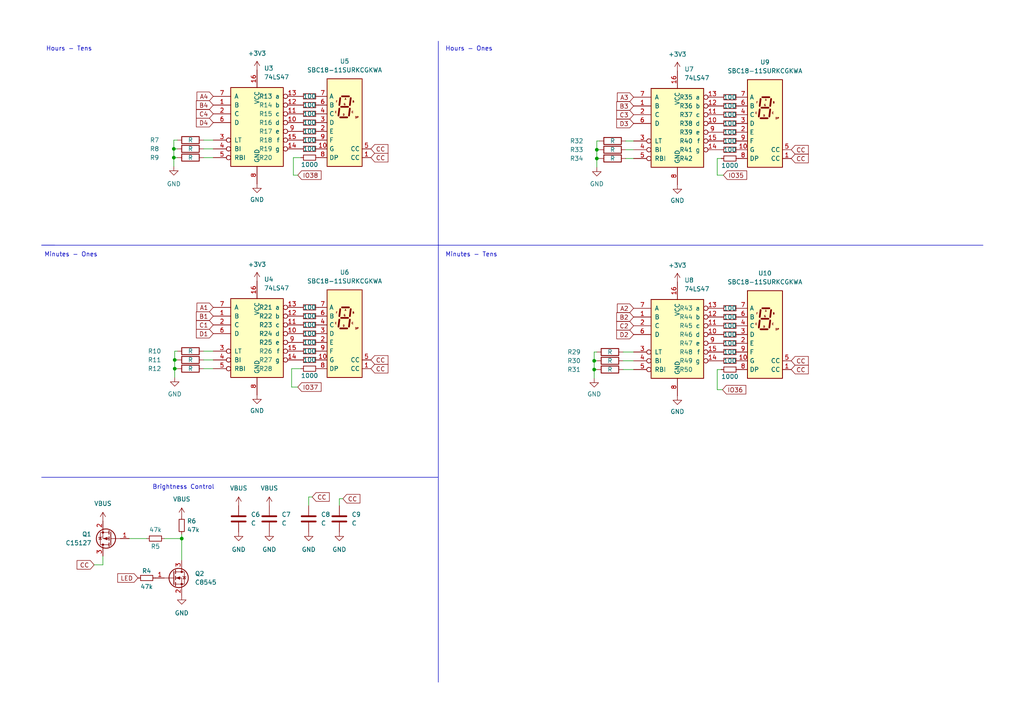
<source format=kicad_sch>
(kicad_sch (version 20230121) (generator eeschema)
  (paper "A4")
  (lib_symbols
    (symbol "74xx:74LS47" (pin_names (offset 1.016))
      (property "Reference" "U" (at -7.62 11.43 0))
      (property "Value" "74LS47" (at -7.62 -13.97 0))
      (symbol "74LS47_1_0"
        (pin input line (at -12.7 5.08 0) (length 5.08) (name "B") (number "1"))
        (pin open_collector inverted (at 12.7 0 180) (length 5.08) (name "d") (number "10"))
        (pin open_collector inverted (at 12.7 2.54 180) (length 5.08) (name "c") (number "11"))
        (pin open_collector inverted (at 12.7 5.08 180) (length 5.08) (name "b") (number "12"))
        (pin open_collector inverted (at 12.7 7.62 180) (length 5.08) (name "a") (number "13"))
        (pin open_collector inverted (at 12.7 -7.62 180) (length 5.08) (name "g") (number "14"))
        (pin open_collector inverted (at 12.7 -5.08 180) (length 5.08) (name "f") (number "15"))
        (pin power_in line (at 0 15.24 270) (length 5.08) (name "VCC") (number "16"))
        (pin input line (at -12.7 2.54 0) (length 5.08) (name "C") (number "2"))
        (pin input inverted (at -12.7 -5.08 0) (length 5.08) (name "LT") (number "3"))
        (pin input inverted (at -12.7 -7.62 0) (length 5.08) (name "BI") (number "4"))
        (pin input inverted (at -12.7 -10.16 0) (length 5.08) (name "RBI") (number "5"))
        (pin input line (at -12.7 0 0) (length 5.08) (name "D") (number "6"))
        (pin input line (at -12.7 7.62 0) (length 5.08) (name "A") (number "7"))
        (pin power_in line (at 0 -17.78 90) (length 5.08) (name "GND") (number "8"))
        (pin open_collector inverted (at 12.7 -2.54 180) (length 5.08) (name "e") (number "9"))
      )
      (symbol "74LS47_1_1"
        (rectangle (start -7.62 10.16) (end 7.62 -12.7) (stroke (width 0.254)) (fill (type background)))
      )
    )
    (symbol "Device:C" (pin_numbers hide) (pin_names (offset 0.254))
      (property "Reference" "C" (at 0.635 2.54 0))
      (property "Value" "C" (at 0.635 -2.54 0))
      (symbol "C_0_1"
        (polyline (pts (xy -2.032 -0.762) (xy 2.032 -0.762)) (stroke (width 0.508)))
        (polyline (pts (xy -2.032 0.762) (xy 2.032 0.762)) (stroke (width 0.508)))
      )
      (symbol "C_1_1"
        (pin passive line (at 0 3.81 270) (length 2.794) (name "~") (number "1"))
        (pin passive line (at 0 -3.81 90) (length 2.794) (name "~") (number "2"))
      )
    )
    (symbol "Device:Q_NMOS_GSD" (pin_names (offset 0) hide)
      (property "Reference" "Q" (at 5.08 1.27 0))
      (property "Value" "Q_NMOS_GSD" (at 5.08 -1.27 0))
      (symbol "Q_NMOS_GSD_0_1"
        (polyline (pts (xy 0.254 0) (xy -2.54 0)))
        (polyline (pts (xy 0.254 1.905) (xy 0.254 -1.905)) (stroke (width 0.254)))
        (polyline (pts (xy 0.762 -1.27) (xy 0.762 -2.286)) (stroke (width 0.254)))
        (polyline (pts (xy 0.762 0.508) (xy 0.762 -0.508)) (stroke (width 0.254)))
        (polyline (pts (xy 0.762 2.286) (xy 0.762 1.27)) (stroke (width 0.254)))
        (polyline (pts (xy 2.54 2.54) (xy 2.54 1.778)))
        (polyline (pts (xy 2.54 -2.54) (xy 2.54 0) (xy 0.762 0)))
        (polyline (pts (xy 0.762 -1.778) (xy 3.302 -1.778) (xy 3.302 1.778) (xy 0.762 1.778)))
        (polyline (pts (xy 1.016 0) (xy 2.032 0.381) (xy 2.032 -0.381) (xy 1.016 0)) (fill (type outline)))
        (polyline (pts (xy 2.794 0.508) (xy 2.921 0.381) (xy 3.683 0.381) (xy 3.81 0.254)))
        (polyline (pts (xy 3.302 0.381) (xy 2.921 -0.254) (xy 3.683 -0.254) (xy 3.302 0.381)))
        (circle (center 1.651 0) (radius 2.794) (stroke (width 0.254)))
        (circle (center 2.54 -1.778) (radius 0.254) (fill (type outline)))
        (circle (center 2.54 1.778) (radius 0.254) (fill (type outline)))
      )
      (symbol "Q_NMOS_GSD_1_1"
        (pin input line (at -5.08 0 0) (length 2.54) (name "G") (number "1"))
        (pin passive line (at 2.54 -5.08 90) (length 2.54) (name "S") (number "2"))
        (pin passive line (at 2.54 5.08 270) (length 2.54) (name "D") (number "3"))
      )
    )
    (symbol "Device:Q_PMOS_GSD" (pin_names (offset 0) hide)
      (property "Reference" "Q" (at 5.08 1.27 0))
      (property "Value" "Q_PMOS_GSD" (at 5.08 -1.27 0))
      (symbol "Q_PMOS_GSD_0_1"
        (polyline (pts (xy 0.254 0) (xy -2.54 0)))
        (polyline (pts (xy 0.254 1.905) (xy 0.254 -1.905)) (stroke (width 0.254)))
        (polyline (pts (xy 0.762 -1.27) (xy 0.762 -2.286)) (stroke (width 0.254)))
        (polyline (pts (xy 0.762 0.508) (xy 0.762 -0.508)) (stroke (width 0.254)))
        (polyline (pts (xy 0.762 2.286) (xy 0.762 1.27)) (stroke (width 0.254)))
        (polyline (pts (xy 2.54 2.54) (xy 2.54 1.778)))
        (polyline (pts (xy 2.54 -2.54) (xy 2.54 0) (xy 0.762 0)))
        (polyline (pts (xy 0.762 1.778) (xy 3.302 1.778) (xy 3.302 -1.778) (xy 0.762 -1.778)))
        (polyline (pts (xy 2.286 0) (xy 1.27 0.381) (xy 1.27 -0.381) (xy 2.286 0)) (fill (type outline)))
        (polyline (pts (xy 2.794 -0.508) (xy 2.921 -0.381) (xy 3.683 -0.381) (xy 3.81 -0.254)))
        (polyline (pts (xy 3.302 -0.381) (xy 2.921 0.254) (xy 3.683 0.254) (xy 3.302 -0.381)))
        (circle (center 1.651 0) (radius 2.794) (stroke (width 0.254)))
        (circle (center 2.54 -1.778) (radius 0.254) (fill (type outline)))
        (circle (center 2.54 1.778) (radius 0.254) (fill (type outline)))
      )
      (symbol "Q_PMOS_GSD_1_1"
        (pin input line (at -5.08 0 0) (length 2.54) (name "G") (number "1"))
        (pin passive line (at 2.54 -5.08 90) (length 2.54) (name "S") (number "2"))
        (pin passive line (at 2.54 5.08 270) (length 2.54) (name "D") (number "3"))
      )
    )
    (symbol "Device:R" (pin_numbers hide) (pin_names (offset 0))
      (property "Reference" "R" (at 2.032 0 90))
      (property "Value" "R" (at 0 0 90))
      (symbol "R_0_1"
        (rectangle (start -1.016 -2.54) (end 1.016 2.54) (stroke (width 0.254)))
      )
      (symbol "R_1_1"
        (pin passive line (at 0 3.81 270) (length 1.27) (name "~") (number "1"))
        (pin passive line (at 0 -3.81 90) (length 1.27) (name "~") (number "2"))
      )
    )
    (symbol "Device:R_Small" (pin_numbers hide) (pin_names (offset 0.254) hide)
      (property "Reference" "R" (at 0.762 0.508 0))
      (property "Value" "R_Small" (at 0.762 -1.016 0))
      (symbol "R_Small_0_1"
        (rectangle (start -0.762 1.778) (end 0.762 -1.778) (stroke (width 0.2032)))
      )
      (symbol "R_Small_1_1"
        (pin passive line (at 0 2.54 270) (length 0.762) (name "~") (number "1"))
        (pin passive line (at 0 -2.54 90) (length 0.762) (name "~") (number "2"))
      )
    )
    (symbol "Display_Character:SBC18-11SURKCGKWA" (pin_names (offset 0.635))
      (property "Reference" "U" (at -2.54 13.97 0))
      (property "Value" "SBC18-11SURKCGKWA" (at -4.826 -14.224 0))
      (symbol "SBC18-11SURKCGKWA_0_0"
        (text "A" (at 0.254 6.858 0) (effects (font (size 0.508 0.508))))
        (text "B" (at 2.54 6.096 0) (effects (font (size 0.508 0.508))))
        (text "C" (at 2.286 3.048 0) (effects (font (size 0.508 0.508))))
        (text "D" (at -0.254 2.286 0) (effects (font (size 0.508 0.508))))
        (text "DP" (at 3.556 1.524 0) (effects (font (size 0.508 0.508))))
        (text "E" (at -2.54 3.048 0) (effects (font (size 0.508 0.508))))
        (text "F" (at -2.286 6.096 0) (effects (font (size 0.508 0.508))))
        (text "G" (at 0 5.334 0) (effects (font (size 0.508 0.508))))
      )
      (symbol "SBC18-11SURKCGKWA_0_1"
        (rectangle (start -5.08 12.7) (end 5.08 -12.7) (stroke (width 0.254)) (fill (type background)))
        (polyline (pts (xy -1.524 4.064) (xy -1.778 2.032)) (stroke (width 0.508)))
        (polyline (pts (xy -1.27 1.524) (xy 0.762 1.524)) (stroke (width 0.508)))
        (polyline (pts (xy -1.27 7.112) (xy -1.524 5.08)) (stroke (width 0.508)))
        (polyline (pts (xy -1.016 4.572) (xy 1.016 4.572)) (stroke (width 0.508)))
        (polyline (pts (xy -0.762 7.62) (xy 1.27 7.62)) (stroke (width 0.508)))
        (polyline (pts (xy 1.524 4.064) (xy 1.27 2.032)) (stroke (width 0.508)))
        (polyline (pts (xy 1.778 7.112) (xy 1.524 5.08)) (stroke (width 0.508)))
        (polyline (pts (xy 2.54 1.524) (xy 2.54 1.524)) (stroke (width 0.508)))
      )
      (symbol "SBC18-11SURKCGKWA_1_1"
        (pin input line (at 7.62 -10.16 180) (length 2.54) (name "CC") (number "1"))
        (pin input line (at -7.62 -7.62 0) (length 2.54) (name "G") (number "10"))
        (pin input line (at -7.62 -2.54 0) (length 2.54) (name "E") (number "2"))
        (pin input line (at -7.62 0 0) (length 2.54) (name "D") (number "3"))
        (pin input line (at -7.62 2.54 0) (length 2.54) (name "C") (number "4"))
        (pin input line (at 7.62 -7.62 180) (length 2.54) (name "CC") (number "5"))
        (pin input line (at -7.62 5.08 0) (length 2.54) (name "B") (number "6"))
        (pin input line (at -7.62 7.62 0) (length 2.54) (name "A") (number "7"))
        (pin input line (at -7.62 -10.16 0) (length 2.54) (name "DP") (number "8"))
        (pin input line (at -7.62 -5.08 0) (length 2.54) (name "F") (number "9"))
      )
    )
    (symbol "power:+3V3" (power) (pin_names (offset 0))
      (property "Value" "+3V3" (at 0 3.556 0))
      (symbol "+3V3_0_1"
        (polyline (pts (xy -0.762 1.27) (xy 0 2.54)))
        (polyline (pts (xy 0 0) (xy 0 2.54)))
        (polyline (pts (xy 0 2.54) (xy 0.762 1.27)))
      )
      (symbol "+3V3_1_1"
        (pin power_in line (at 0 0 90) (length 0) hide (name "+3V3") (number "1"))
      )
    )
    (symbol "power:GND" (power) (pin_names (offset 0))
      (property "Value" "GND" (at 0 -3.81 0))
      (symbol "GND_0_1"
        (polyline (pts (xy 0 0) (xy 0 -1.27) (xy 1.27 -1.27) (xy 0 -2.54) (xy -1.27 -1.27) (xy 0 -1.27)))
      )
      (symbol "GND_1_1"
        (pin power_in line (at 0 0 270) (length 0) hide (name "GND") (number "1"))
      )
    )
    (symbol "power:VBUS" (power) (pin_names (offset 0))
      (property "Value" "VBUS" (at 0 3.81 0))
      (symbol "VBUS_0_1"
        (polyline (pts (xy -0.762 1.27) (xy 0 2.54)))
        (polyline (pts (xy 0 0) (xy 0 2.54)))
        (polyline (pts (xy 0 2.54) (xy 0.762 1.27)))
      )
      (symbol "VBUS_1_1"
        (pin power_in line (at 0 0 90) (length 0) hide (name "VBUS") (number "1"))
      )
    )
  )
  (junction (at 50.673 104.394))
  (junction (at 173.101 43.434))
  (junction (at 173.101 45.974))
  (junction (at 172.339 104.648))
  (junction (at 50.419 45.72))
  (junction (at 50.419 43.18))
  (junction (at 172.339 107.188))
  (junction (at 52.705 156.21))
  (junction (at 50.673 106.934))
  (wire (pts (xy 173.101 40.894) (xy 173.101 43.434)))
  (wire (pts (xy 50.673 106.934) (xy 50.673 104.394)))
  (wire (pts (xy 86.36 112.268) (xy 84.582 112.268)))
  (wire (pts (xy 59.055 104.394) (xy 61.849 104.394)))
  (wire (pts (xy 209.55 113.03) (xy 208.026 113.03)))
  (wire (pts (xy 173.863 40.894) (xy 173.101 40.894)))
  (wire (pts (xy 89.535 144.145) (xy 90.551 144.145)))
  (wire (pts (xy 181.483 43.434) (xy 183.769 43.434)))
  (wire (pts (xy 173.101 45.974) (xy 173.863 45.974)))
  (wire (pts (xy 50.673 104.394) (xy 51.435 104.394)))
  (wire (pts (xy 172.339 104.648) (xy 173.101 104.648)))
  (wire (pts (xy 85.09 50.8) (xy 85.09 45.72)))
  (wire (pts (xy 172.339 107.188) (xy 172.339 104.648)))
  (wire (pts (xy 50.673 101.854) (xy 51.435 101.854)))
  (wire (pts (xy 181.483 40.894) (xy 183.769 40.894)))
  (wire (pts (xy 180.721 102.108) (xy 183.769 102.108)))
  (polyline (pts (xy 12.065 71.12) (xy 15.875 71.12)))
  (wire (pts (xy 52.705 156.21) (xy 52.705 162.56)))
  (wire (pts (xy 208.026 113.03) (xy 208.026 107.188)))
  (wire (pts (xy 209.804 50.8) (xy 208.026 50.8)))
  (wire (pts (xy 173.101 43.434) (xy 173.863 43.434)))
  (wire (pts (xy 50.419 43.18) (xy 51.435 43.18)))
  (wire (pts (xy 180.721 104.648) (xy 183.769 104.648)))
  (wire (pts (xy 172.339 107.188) (xy 173.101 107.188)))
  (wire (pts (xy 84.582 112.268) (xy 84.582 106.934)))
  (wire (pts (xy 59.055 101.854) (xy 61.849 101.854)))
  (wire (pts (xy 51.435 106.934) (xy 50.673 106.934)))
  (wire (pts (xy 29.845 161.29) (xy 29.845 163.83)))
  (wire (pts (xy 59.055 106.934) (xy 61.849 106.934)))
  (wire (pts (xy 59.055 40.64) (xy 61.849 40.64)))
  (wire (pts (xy 47.625 156.21) (xy 52.705 156.21)))
  (wire (pts (xy 50.673 106.934) (xy 50.673 109.474)))
  (wire (pts (xy 181.483 45.974) (xy 183.769 45.974)))
  (polyline (pts (xy 127.127 11.938) (xy 127.127 197.866)))
  (wire (pts (xy 172.339 102.108) (xy 173.101 102.108)))
  (wire (pts (xy 50.673 104.394) (xy 50.673 101.854)))
  (wire (pts (xy 89.535 146.685) (xy 89.535 144.145)))
  (wire (pts (xy 52.705 154.94) (xy 52.705 156.21)))
  (wire (pts (xy 98.425 146.685) (xy 98.425 144.653)))
  (wire (pts (xy 59.055 43.18) (xy 61.849 43.18)))
  (wire (pts (xy 50.419 45.72) (xy 50.419 48.26)))
  (wire (pts (xy 86.36 50.8) (xy 85.09 50.8)))
  (wire (pts (xy 29.845 163.83) (xy 27.305 163.83)))
  (wire (pts (xy 208.026 45.974) (xy 208.026 50.8)))
  (wire (pts (xy 59.055 45.72) (xy 61.849 45.72)))
  (wire (pts (xy 180.721 107.188) (xy 183.769 107.188)))
  (wire (pts (xy 173.101 45.974) (xy 173.101 48.514)))
  (wire (pts (xy 84.582 106.934) (xy 87.249 106.934)))
  (wire (pts (xy 208.026 107.188) (xy 209.169 107.188)))
  (polyline (pts (xy 12.065 71.12) (xy 285.115 71.12)))
  (wire (pts (xy 37.465 156.21) (xy 42.545 156.21)))
  (wire (pts (xy 98.425 144.653) (xy 99.441 144.653)))
  (wire (pts (xy 51.435 40.64) (xy 50.419 40.64)))
  (wire (pts (xy 208.026 45.974) (xy 209.169 45.974)))
  (wire (pts (xy 50.419 40.64) (xy 50.419 43.18)))
  (wire (pts (xy 173.101 43.434) (xy 173.101 45.974)))
  (wire (pts (xy 172.339 107.188) (xy 172.339 109.728)))
  (wire (pts (xy 85.09 45.72) (xy 87.249 45.72)))
  (polyline (pts (xy 12.065 138.43) (xy 127 138.43)))
  (wire (pts (xy 172.339 104.648) (xy 172.339 102.108)))
  (wire (pts (xy 51.435 45.72) (xy 50.419 45.72)))
  (wire (pts (xy 50.419 45.72) (xy 50.419 43.18)))
  (text "Hours - Tens" (at 13.335 14.986 0) (effects (font (size 1.27 1.27)) (justify left bottom)))
  (text "Hours - Ones" (at 129.159 14.986 0) (effects (font (size 1.27 1.27)) (justify left bottom)))
  (text "Minutes - Tens" (at 129.159 74.676 0) (effects (font (size 1.27 1.27)) (justify left bottom)))
  (text "Brightness Control" (at 44.196 142.113 0) (effects (font (size 1.27 1.27)) (justify left bottom)))
  (text "Minutes - Ones" (at 12.827 74.676 0) (effects (font (size 1.27 1.27)) (justify left bottom)))
  (global_label "A2" (shape input) (at 183.769 89.408 180) (property "Intersheetrefs" "${INTERSHEET_REFS}" (effects hide)))
  (global_label "CC" (shape input) (at 229.489 107.188 0) (property "Intersheetrefs" "${INTERSHEET_REFS}" (effects hide)))
  (global_label "B4" (shape input) (at 61.849 30.48 180) (property "Intersheetrefs" "${INTERSHEET_REFS}" (effects hide)))
  (global_label "CC" (shape input) (at 229.489 43.434 0) (property "Intersheetrefs" "${INTERSHEET_REFS}" (effects hide)))
  (global_label "D1" (shape input) (at 61.849 96.774 180) (property "Intersheetrefs" "${INTERSHEET_REFS}" (effects hide)))
  (global_label "B1" (shape input) (at 61.849 91.694 180) (property "Intersheetrefs" "${INTERSHEET_REFS}" (effects hide)))
  (global_label "CC" (shape input) (at 107.569 106.934 0) (property "Intersheetrefs" "${INTERSHEET_REFS}" (effects hide)))
  (global_label "CC" (shape input) (at 229.489 45.974 0) (property "Intersheetrefs" "${INTERSHEET_REFS}" (effects hide)))
  (global_label "CC" (shape input) (at 107.569 104.394 0) (property "Intersheetrefs" "${INTERSHEET_REFS}" (effects hide)))
  (global_label "A4" (shape input) (at 61.849 27.94 180) (property "Intersheetrefs" "${INTERSHEET_REFS}" (effects hide)))
  (global_label "CC" (shape input) (at 107.569 45.72 0) (property "Intersheetrefs" "${INTERSHEET_REFS}" (effects hide)))
  (global_label "CC" (shape input) (at 229.489 104.648 0) (property "Intersheetrefs" "${INTERSHEET_REFS}" (effects hide)))
  (global_label "CC" (shape input) (at 99.441 144.653 0) (property "Intersheetrefs" "${INTERSHEET_REFS}" (effects hide)))
  (global_label "B2" (shape input) (at 183.769 91.948 180) (property "Intersheetrefs" "${INTERSHEET_REFS}" (effects hide)))
  (global_label "C3" (shape input) (at 183.769 33.274 180) (property "Intersheetrefs" "${INTERSHEET_REFS}" (effects hide)))
  (global_label "A1" (shape input) (at 61.849 89.154 180) (property "Intersheetrefs" "${INTERSHEET_REFS}" (effects hide)))
  (global_label "A3" (shape input) (at 183.769 28.194 180) (property "Intersheetrefs" "${INTERSHEET_REFS}" (effects hide)))
  (global_label "C4" (shape input) (at 61.849 33.02 180) (property "Intersheetrefs" "${INTERSHEET_REFS}" (effects hide)))
  (global_label "B3" (shape input) (at 183.769 30.734 180) (property "Intersheetrefs" "${INTERSHEET_REFS}" (effects hide)))
  (global_label "C1" (shape input) (at 61.849 94.234 180) (property "Intersheetrefs" "${INTERSHEET_REFS}" (effects hide)))
  (global_label "D3" (shape input) (at 183.769 35.814 180) (property "Intersheetrefs" "${INTERSHEET_REFS}" (effects hide)))
  (global_label "CC" (shape input) (at 27.305 163.83 180) (property "Intersheetrefs" "${INTERSHEET_REFS}" (effects hide)))
  (global_label "C2" (shape input) (at 183.769 94.488 180) (property "Intersheetrefs" "${INTERSHEET_REFS}" (effects hide)))
  (global_label "CC" (shape input) (at 107.569 43.18 0) (property "Intersheetrefs" "${INTERSHEET_REFS}" (effects hide)))
  (global_label "LED" (shape input) (at 40.005 167.64 180) (property "Intersheetrefs" "${INTERSHEET_REFS}" (effects hide)))
  (global_label "D4" (shape input) (at 61.849 35.56 180) (property "Intersheetrefs" "${INTERSHEET_REFS}" (effects hide)))
  (global_label "IO35" (shape input) (at 209.804 50.8 0) (property "Intersheetrefs" "${INTERSHEET_REFS}" (effects hide)))
  (global_label "IO36" (shape input) (at 209.55 113.03 0) (property "Intersheetrefs" "${INTERSHEET_REFS}" (effects hide)))
  (global_label "CC" (shape input) (at 90.551 144.145 0) (property "Intersheetrefs" "${INTERSHEET_REFS}" (effects hide)))
  (global_label "IO38" (shape input) (at 86.36 50.8 0) (property "Intersheetrefs" "${INTERSHEET_REFS}" (effects hide)))
  (global_label "IO37" (shape input) (at 86.36 112.268 0) (property "Intersheetrefs" "${INTERSHEET_REFS}" (effects hide)))
  (global_label "D2" (shape input) (at 183.769 97.028 180) (property "Intersheetrefs" "${INTERSHEET_REFS}" (effects hide)))
  (symbol (lib_id "Display_Character:SBC18-11SURKCGKWA") (at 99.949 96.774 0) (unit 1)
    (property "Reference" "U6" (at 99.949 78.994 0))
    (property "Value" "SBC18-11SURKCGKWA" (at 99.949 81.534 0))
    (property "Footprint" "Ian's Custom Components:Segment_Display_1-5_inch" (effects hide))
    (property "Datasheet" "http://www.kingbright.com/attachments/file/psearch/000/00/00/SBC18-11SURKCGKWA(Ver.6A).pdf" (effects hide))
  )
  (symbol (lib_id "Device:R") (at 176.911 102.108 90) (unit 1)
    (property "Reference" "R29" (at 166.497 102.108 90))
    (property "Value" "R" (at 176.911 102.108 90))
    (property "Footprint" "Resistor_SMD:R_0603_1608Metric" (effects hide))
  )
  (symbol (lib_id "power:+3V3") (at 196.469 81.788 0) (unit 1)
    (property "Reference" "#PWR0141" (effects hide))
    (property "Value" "+3V3" (at 196.469 76.962 0))
  )
  (symbol (lib_id "power:GND") (at 196.469 114.808 0) (unit 1)
    (property "Reference" "#PWR0126" (effects hide))
    (property "Value" "GND" (at 196.469 119.38 0))
  )
  (symbol (lib_id "Device:Q_NMOS_GSD") (at 50.165 167.64 0) (unit 1)
    (property "Reference" "Q2" (at 56.515 166.3699 0) (effects (justify left)))
    (property "Value" "C8545" (at 56.515 168.9099 0) (effects (justify left)))
    (property "Footprint" "Package_TO_SOT_SMD:SOT-23" (effects hide))
  )
  (symbol (lib_id "74xx:74LS47") (at 74.549 96.774 0) (unit 1)
    (property "Reference" "U4" (at 76.5684 81.026 0) (effects (justify left)))
    (property "Value" "74LS47" (at 76.5684 83.566 0) (effects (justify left)))
    (property "Footprint" "Package_SO:SOIC-16_4.55x10.3mm_P1.27mm" (effects hide))
    (property "Datasheet" "http://www.ti.com/lit/gpn/sn74LS47" (effects hide))
  )
  (symbol (lib_id "Device:C") (at 98.425 150.495 0) (unit 1)
    (property "Reference" "C9" (at 101.981 149.2249 0) (effects (justify left)))
    (property "Value" "C" (at 101.981 151.7649 0) (effects (justify left)))
    (property "Footprint" "Capacitor_SMD:C_0805_2012Metric" (effects hide))
  )
  (symbol (lib_id "Device:R") (at 55.245 43.18 90) (unit 1)
    (property "Reference" "R8" (at 44.831 43.18 90))
    (property "Value" "R" (at 55.245 43.18 90))
    (property "Footprint" "Resistor_SMD:R_0603_1608Metric" (effects hide))
  )
  (symbol (lib_id "power:GND") (at 89.535 154.305 0) (unit 1)
    (property "Reference" "#PWR0137" (effects hide))
    (property "Value" "GND" (at 89.535 159.385 0))
  )
  (symbol (lib_id "power:VBUS") (at 69.215 146.685 0) (unit 1)
    (property "Reference" "#PWR0127" (effects hide))
    (property "Value" "VBUS" (at 69.215 141.605 0))
  )
  (symbol (lib_id "Device:R_Small") (at 89.789 33.02 90) (unit 1)
    (property "Reference" "R15" (at 77.089 33.02 90))
    (property "Value" "100" (at 89.789 33.02 90))
    (property "Footprint" "Resistor_SMD:R_0805_2012Metric" (effects hide))
  )
  (symbol (lib_id "power:VBUS") (at 78.105 146.685 0) (unit 1)
    (property "Reference" "#PWR0128" (effects hide))
    (property "Value" "VBUS" (at 78.105 141.605 0))
  )
  (symbol (lib_id "Device:R_Small") (at 211.709 104.648 90) (unit 1)
    (property "Reference" "R49" (at 199.009 104.648 90))
    (property "Value" "100" (at 211.709 104.648 90))
    (property "Footprint" "Resistor_SMD:R_0805_2012Metric" (effects hide))
  )
  (symbol (lib_id "Device:R_Small") (at 89.789 106.934 90) (unit 1)
    (property "Reference" "R28" (at 77.089 106.934 90))
    (property "Value" "1000" (at 89.789 108.966 90))
    (property "Footprint" "Resistor_SMD:R_0805_2012Metric" (effects hide))
  )
  (symbol (lib_id "power:GND") (at 50.419 48.26 0) (unit 1)
    (property "Reference" "#PWR0138" (effects hide))
    (property "Value" "GND" (at 50.419 53.34 0))
  )
  (symbol (lib_id "Device:R") (at 177.673 40.894 90) (unit 1)
    (property "Reference" "R32" (at 167.259 40.894 90))
    (property "Value" "R" (at 177.673 40.894 90))
    (property "Footprint" "Resistor_SMD:R_0603_1608Metric" (effects hide))
  )
  (symbol (lib_id "Device:R") (at 55.245 40.64 90) (unit 1)
    (property "Reference" "R7" (at 44.831 40.64 90))
    (property "Value" "R" (at 55.245 40.64 90))
    (property "Footprint" "Resistor_SMD:R_0603_1608Metric" (effects hide))
  )
  (symbol (lib_id "power:GND") (at 172.339 109.728 0) (unit 1)
    (property "Reference" "#PWR0124" (effects hide))
    (property "Value" "GND" (at 172.339 114.3 0))
  )
  (symbol (lib_id "Device:C") (at 69.215 150.495 0) (unit 1)
    (property "Reference" "C6" (at 72.771 149.2249 0) (effects (justify left)))
    (property "Value" "C" (at 72.771 151.7649 0) (effects (justify left)))
    (property "Footprint" "Capacitor_SMD:C_0805_2012Metric" (effects hide))
  )
  (symbol (lib_id "Device:R") (at 177.673 45.974 90) (unit 1)
    (property "Reference" "R34" (at 167.259 45.974 90))
    (property "Value" "R" (at 177.673 45.974 90))
    (property "Footprint" "Resistor_SMD:R_0603_1608Metric" (effects hide))
  )
  (symbol (lib_id "Device:R") (at 176.911 104.648 90) (unit 1)
    (property "Reference" "R30" (at 166.497 104.648 90))
    (property "Value" "R" (at 176.911 104.648 90))
    (property "Footprint" "Resistor_SMD:R_0603_1608Metric" (effects hide))
  )
  (symbol (lib_id "Device:R_Small") (at 211.709 38.354 90) (unit 1)
    (property "Reference" "R39" (at 199.009 38.354 90))
    (property "Value" "100" (at 211.709 38.354 90))
    (property "Footprint" "Resistor_SMD:R_0805_2012Metric" (effects hide))
  )
  (symbol (lib_id "74xx:74LS47") (at 196.469 35.814 0) (unit 1)
    (property "Reference" "U7" (at 198.4884 20.066 0) (effects (justify left)))
    (property "Value" "74LS47" (at 198.4884 22.606 0) (effects (justify left)))
    (property "Footprint" "Package_SO:SOIC-16_4.55x10.3mm_P1.27mm" (effects hide))
    (property "Datasheet" "http://www.ti.com/lit/gpn/sn74LS47" (effects hide))
  )
  (symbol (lib_id "Device:C") (at 89.535 150.495 0) (unit 1)
    (property "Reference" "C8" (at 93.091 149.2249 0) (effects (justify left)))
    (property "Value" "C" (at 93.091 151.7649 0) (effects (justify left)))
    (property "Footprint" "Capacitor_SMD:C_0805_2012Metric" (effects hide))
  )
  (symbol (lib_id "power:VBUS") (at 29.845 151.13 0) (unit 1)
    (property "Reference" "#PWR0129" (effects hide))
    (property "Value" "VBUS" (at 29.845 146.05 0))
  )
  (symbol (lib_id "Device:R_Small") (at 89.789 35.56 90) (unit 1)
    (property "Reference" "R16" (at 77.089 35.56 90))
    (property "Value" "100" (at 89.789 35.56 90))
    (property "Footprint" "Resistor_SMD:R_0805_2012Metric" (effects hide))
  )
  (symbol (lib_id "74xx:74LS47") (at 196.469 97.028 0) (unit 1)
    (property "Reference" "U8" (at 198.4884 81.28 0) (effects (justify left)))
    (property "Value" "74LS47" (at 198.4884 83.82 0) (effects (justify left)))
    (property "Footprint" "Package_SO:SOIC-16_4.55x10.3mm_P1.27mm" (effects hide))
    (property "Datasheet" "http://www.ti.com/lit/gpn/sn74LS47" (effects hide))
  )
  (symbol (lib_id "power:+3V3") (at 74.549 20.32 0) (unit 1)
    (property "Reference" "#PWR0139" (effects hide))
    (property "Value" "+3V3" (at 74.549 15.494 0))
  )
  (symbol (lib_id "Device:C") (at 78.105 150.495 0) (unit 1)
    (property "Reference" "C7" (at 81.661 149.2249 0) (effects (justify left)))
    (property "Value" "C" (at 81.661 151.7649 0) (effects (justify left)))
    (property "Footprint" "Capacitor_SMD:C_0805_2012Metric" (effects hide))
  )
  (symbol (lib_id "Device:R_Small") (at 89.789 99.314 90) (unit 1)
    (property "Reference" "R25" (at 77.089 99.314 90))
    (property "Value" "100" (at 89.789 99.314 90))
    (property "Footprint" "Resistor_SMD:R_0805_2012Metric" (effects hide))
  )
  (symbol (lib_id "Device:R_Small") (at 52.705 152.4 180) (unit 1)
    (property "Reference" "R6" (at 54.229 151.13 0) (effects (justify right)))
    (property "Value" "47k" (at 54.229 153.67 0) (effects (justify right)))
    (property "Footprint" "Resistor_SMD:R_0805_2012Metric" (effects hide))
  )
  (symbol (lib_id "Device:R_Small") (at 89.789 27.94 90) (unit 1)
    (property "Reference" "R13" (at 77.089 27.94 90))
    (property "Value" "100" (at 89.789 27.94 90))
    (property "Footprint" "Resistor_SMD:R_0805_2012Metric" (effects hide))
  )
  (symbol (lib_id "power:+3V3") (at 196.469 20.574 0) (unit 1)
    (property "Reference" "#PWR0125" (effects hide))
    (property "Value" "+3V3" (at 196.469 15.748 0))
  )
  (symbol (lib_id "power:VBUS") (at 52.705 149.86 0) (unit 1)
    (property "Reference" "#PWR0135" (effects hide))
    (property "Value" "VBUS" (at 52.705 144.78 0))
  )
  (symbol (lib_id "Device:R_Small") (at 89.789 38.1 90) (unit 1)
    (property "Reference" "R17" (at 77.089 38.1 90))
    (property "Value" "100" (at 89.789 38.1 90))
    (property "Footprint" "Resistor_SMD:R_0805_2012Metric" (effects hide))
  )
  (symbol (lib_id "Device:R_Small") (at 211.709 43.434 90) (unit 1)
    (property "Reference" "R41" (at 199.009 43.434 90))
    (property "Value" "100" (at 211.709 43.434 90))
    (property "Footprint" "Resistor_SMD:R_0805_2012Metric" (effects hide))
  )
  (symbol (lib_id "power:GND") (at 173.101 48.514 0) (unit 1)
    (property "Reference" "#PWR0123" (effects hide))
    (property "Value" "GND" (at 173.101 53.34 0))
  )
  (symbol (lib_id "Display_Character:SBC18-11SURKCGKWA") (at 221.869 35.814 0) (unit 1)
    (property "Reference" "U9" (at 221.869 18.034 0))
    (property "Value" "SBC18-11SURKCGKWA" (at 221.869 20.574 0))
    (property "Footprint" "Ian's Custom Components:Segment_Display_1-5_inch" (effects hide))
    (property "Datasheet" "http://www.kingbright.com/attachments/file/psearch/000/00/00/SBC18-11SURKCGKWA(Ver.6A).pdf" (effects hide))
  )
  (symbol (lib_id "Device:R_Small") (at 211.709 28.194 90) (unit 1)
    (property "Reference" "R35" (at 199.009 28.194 90))
    (property "Value" "100" (at 211.709 28.194 90))
    (property "Footprint" "Resistor_SMD:R_0805_2012Metric" (effects hide))
  )
  (symbol (lib_id "power:GND") (at 196.469 53.594 0) (unit 1)
    (property "Reference" "#PWR0140" (effects hide))
    (property "Value" "GND" (at 196.469 58.166 0))
  )
  (symbol (lib_id "Device:R_Small") (at 211.709 89.408 90) (unit 1)
    (property "Reference" "R43" (at 199.009 89.408 90))
    (property "Value" "100" (at 211.709 89.408 90))
    (property "Footprint" "Resistor_SMD:R_0805_2012Metric" (effects hide))
  )
  (symbol (lib_id "Device:R") (at 55.245 104.394 90) (unit 1)
    (property "Reference" "R11" (at 44.831 104.394 90))
    (property "Value" "R" (at 55.245 104.394 90))
    (property "Footprint" "Resistor_SMD:R_0603_1608Metric" (effects hide))
  )
  (symbol (lib_id "Device:R_Small") (at 211.709 45.974 90) (unit 1)
    (property "Reference" "R42" (at 199.009 45.974 90))
    (property "Value" "1000" (at 211.709 48.006 90))
    (property "Footprint" "Resistor_SMD:R_0805_2012Metric" (effects hide))
  )
  (symbol (lib_id "Device:R_Small") (at 89.789 45.72 90) (unit 1)
    (property "Reference" "R20" (at 77.089 45.72 90))
    (property "Value" "1000" (at 89.789 47.752 90))
    (property "Footprint" "Resistor_SMD:R_0805_2012Metric" (effects hide))
  )
  (symbol (lib_id "Device:R_Small") (at 89.789 40.64 90) (unit 1)
    (property "Reference" "R18" (at 77.089 40.64 90))
    (property "Value" "100" (at 89.789 40.64 90))
    (property "Footprint" "Resistor_SMD:R_0805_2012Metric" (effects hide))
  )
  (symbol (lib_id "Device:R_Small") (at 89.789 30.48 90) (unit 1)
    (property "Reference" "R14" (at 77.089 30.48 90))
    (property "Value" "100" (at 89.789 30.48 90))
    (property "Footprint" "Resistor_SMD:R_0805_2012Metric" (effects hide))
  )
  (symbol (lib_id "power:GND") (at 50.673 109.474 0) (unit 1)
    (property "Reference" "#PWR0134" (effects hide))
    (property "Value" "GND" (at 50.673 114.3 0))
  )
  (symbol (lib_id "power:GND") (at 74.549 53.34 0) (unit 1)
    (property "Reference" "#PWR0142" (effects hide))
    (property "Value" "GND" (at 74.549 57.912 0))
  )
  (symbol (lib_id "Device:R_Small") (at 211.709 33.274 90) (unit 1)
    (property "Reference" "R37" (at 199.009 33.274 90))
    (property "Value" "100" (at 211.709 33.274 90))
    (property "Footprint" "Resistor_SMD:R_0805_2012Metric" (effects hide))
  )
  (symbol (lib_id "power:GND") (at 52.705 172.72 0) (unit 1)
    (property "Reference" "#PWR0132" (effects hide))
    (property "Value" "GND" (at 52.705 177.8 0))
  )
  (symbol (lib_id "power:GND") (at 78.105 154.305 0) (unit 1)
    (property "Reference" "#PWR0136" (effects hide))
    (property "Value" "GND" (at 78.105 159.385 0))
  )
  (symbol (lib_id "power:GND") (at 74.549 114.554 0) (unit 1)
    (property "Reference" "#PWR0130" (effects hide))
    (property "Value" "GND" (at 74.549 119.126 0))
  )
  (symbol (lib_id "Device:R_Small") (at 211.709 97.028 90) (unit 1)
    (property "Reference" "R46" (at 199.009 97.028 90))
    (property "Value" "100" (at 211.709 97.028 90))
    (property "Footprint" "Resistor_SMD:R_0805_2012Metric" (effects hide))
  )
  (symbol (lib_id "Device:R_Small") (at 89.789 96.774 90) (unit 1)
    (property "Reference" "R24" (at 77.089 96.774 90))
    (property "Value" "100" (at 89.789 96.774 90))
    (property "Footprint" "Resistor_SMD:R_0805_2012Metric" (effects hide))
  )
  (symbol (lib_id "Device:R_Small") (at 45.085 156.21 90) (unit 1)
    (property "Reference" "R5" (at 45.085 158.496 90))
    (property "Value" "47k" (at 45.085 153.67 90))
    (property "Footprint" "Resistor_SMD:R_0805_2012Metric" (effects hide))
  )
  (symbol (lib_id "power:GND") (at 98.425 154.305 0) (unit 1)
    (property "Reference" "#PWR0131" (effects hide))
    (property "Value" "GND" (at 98.425 159.385 0))
  )
  (symbol (lib_id "Device:R_Small") (at 89.789 94.234 90) (unit 1)
    (property "Reference" "R23" (at 77.089 94.234 90))
    (property "Value" "100" (at 89.789 94.234 90))
    (property "Footprint" "Resistor_SMD:R_0805_2012Metric" (effects hide))
  )
  (symbol (lib_id "Device:Q_PMOS_GSD") (at 32.385 156.21 180) (unit 1)
    (property "Reference" "Q1" (at 26.543 154.9399 0) (effects (justify left)))
    (property "Value" "C15127" (at 26.543 157.4799 0) (effects (justify left)))
    (property "Footprint" "Package_TO_SOT_SMD:SOT-23" (effects hide))
  )
  (symbol (lib_id "power:GND") (at 69.215 154.305 0) (unit 1)
    (property "Reference" "#PWR0133" (effects hide))
    (property "Value" "GND" (at 69.215 159.385 0))
  )
  (symbol (lib_id "Device:R_Small") (at 211.709 35.814 90) (unit 1)
    (property "Reference" "R38" (at 199.009 35.814 90))
    (property "Value" "100" (at 211.709 35.814 90))
    (property "Footprint" "Resistor_SMD:R_0805_2012Metric" (effects hide))
  )
  (symbol (lib_id "Device:R_Small") (at 89.789 89.154 90) (unit 1)
    (property "Reference" "R21" (at 77.089 89.154 90))
    (property "Value" "100" (at 89.789 89.154 90))
    (property "Footprint" "Resistor_SMD:R_0805_2012Metric" (effects hide))
  )
  (symbol (lib_id "Device:R_Small") (at 211.709 40.894 90) (unit 1)
    (property "Reference" "R40" (at 199.009 40.894 90))
    (property "Value" "100" (at 211.709 40.894 90))
    (property "Footprint" "Resistor_SMD:R_0805_2012Metric" (effects hide))
  )
  (symbol (lib_id "Device:R") (at 55.245 106.934 90) (unit 1)
    (property "Reference" "R12" (at 44.831 106.934 90))
    (property "Value" "R" (at 55.245 106.934 90))
    (property "Footprint" "Resistor_SMD:R_0603_1608Metric" (effects hide))
  )
  (symbol (lib_id "Device:R_Small") (at 211.709 30.734 90) (unit 1)
    (property "Reference" "R36" (at 199.009 30.734 90))
    (property "Value" "100" (at 211.709 30.734 90))
    (property "Footprint" "Resistor_SMD:R_0805_2012Metric" (effects hide))
  )
  (symbol (lib_id "Device:R_Small") (at 211.709 91.948 90) (unit 1)
    (property "Reference" "R44" (at 199.009 91.948 90))
    (property "Value" "100" (at 211.709 91.948 90))
    (property "Footprint" "Resistor_SMD:R_0805_2012Metric" (effects hide))
  )
  (symbol (lib_id "Device:R") (at 55.245 45.72 90) (unit 1)
    (property "Reference" "R9" (at 44.831 45.72 90))
    (property "Value" "R" (at 55.245 45.72 90))
    (property "Footprint" "Resistor_SMD:R_0603_1608Metric" (effects hide))
  )
  (symbol (lib_id "74xx:74LS47") (at 74.549 35.56 0) (unit 1)
    (property "Reference" "U3" (at 76.5684 19.812 0) (effects (justify left)))
    (property "Value" "74LS47" (at 76.5684 22.352 0) (effects (justify left)))
    (property "Footprint" "Package_SO:SOIC-16_4.55x10.3mm_P1.27mm" (effects hide))
    (property "Datasheet" "http://www.ti.com/lit/gpn/sn74LS47" (effects hide))
  )
  (symbol (lib_id "Device:R_Small") (at 42.545 167.64 270) (unit 1)
    (property "Reference" "R4" (at 42.545 165.608 90))
    (property "Value" "47k" (at 42.545 170.18 90))
    (property "Footprint" "Resistor_SMD:R_0805_2012Metric" (effects hide))
  )
  (symbol (lib_id "Device:R_Small") (at 211.709 99.568 90) (unit 1)
    (property "Reference" "R47" (at 199.009 99.568 90))
    (property "Value" "100" (at 211.709 99.568 90))
    (property "Footprint" "Resistor_SMD:R_0805_2012Metric" (effects hide))
  )
  (symbol (lib_id "Device:R_Small") (at 211.709 94.488 90) (unit 1)
    (property "Reference" "R45" (at 199.009 94.488 90))
    (property "Value" "100" (at 211.709 94.488 90))
    (property "Footprint" "Resistor_SMD:R_0805_2012Metric" (effects hide))
  )
  (symbol (lib_id "Device:R") (at 177.673 43.434 90) (unit 1)
    (property "Reference" "R33" (at 167.259 43.434 90))
    (property "Value" "R" (at 177.673 43.434 90))
    (property "Footprint" "Resistor_SMD:R_0603_1608Metric" (effects hide))
  )
  (symbol (lib_id "Device:R") (at 55.245 101.854 90) (unit 1)
    (property "Reference" "R10" (at 44.831 101.854 90))
    (property "Value" "R" (at 55.245 101.854 90))
    (property "Footprint" "Resistor_SMD:R_0603_1608Metric" (effects hide))
  )
  (symbol (lib_id "Device:R_Small") (at 89.789 104.394 90) (unit 1)
    (property "Reference" "R27" (at 77.089 104.394 90))
    (property "Value" "100" (at 89.789 104.394 90))
    (property "Footprint" "Resistor_SMD:R_0805_2012Metric" (effects hide))
  )
  (symbol (lib_id "Device:R") (at 176.911 107.188 90) (unit 1)
    (property "Reference" "R31" (at 166.497 107.188 90))
    (property "Value" "R" (at 176.911 107.188 90))
    (property "Footprint" "Resistor_SMD:R_0603_1608Metric" (effects hide))
  )
  (symbol (lib_id "power:+3V3") (at 74.549 81.534 0) (unit 1)
    (property "Reference" "#PWR0143" (effects hide))
    (property "Value" "+3V3" (at 74.549 76.708 0))
  )
  (symbol (lib_id "Device:R_Small") (at 211.709 102.108 90) (unit 1)
    (property "Reference" "R48" (at 199.009 102.108 90))
    (property "Value" "100" (at 211.709 102.108 90))
    (property "Footprint" "Resistor_SMD:R_0805_2012Metric" (effects hide))
  )
  (symbol (lib_id "Display_Character:SBC18-11SURKCGKWA") (at 99.949 35.56 0) (unit 1)
    (property "Reference" "U5" (at 99.949 17.78 0))
    (property "Value" "SBC18-11SURKCGKWA" (at 99.949 20.32 0))
    (property "Footprint" "Ian's Custom Components:Segment_Display_1-5_inch" (effects hide))
    (property "Datasheet" "http://www.kingbright.com/attachments/file/psearch/000/00/00/SBC18-11SURKCGKWA(Ver.6A).pdf" (effects hide))
  )
  (symbol (lib_id "Device:R_Small") (at 89.789 43.18 90) (unit 1)
    (property "Reference" "R19" (at 77.089 43.18 90))
    (property "Value" "100" (at 89.789 43.18 90))
    (property "Footprint" "Resistor_SMD:R_0805_2012Metric" (effects hide))
  )
  (symbol (lib_id "Device:R_Small") (at 89.789 91.694 90) (unit 1)
    (property "Reference" "R22" (at 77.089 91.694 90))
    (property "Value" "100" (at 89.789 91.694 90))
    (property "Footprint" "Resistor_SMD:R_0805_2012Metric" (effects hide))
  )
  (symbol (lib_id "Device:R_Small") (at 89.789 101.854 90) (unit 1)
    (property "Reference" "R26" (at 77.089 101.854 90))
    (property "Value" "100" (at 89.789 101.854 90))
    (property "Footprint" "Resistor_SMD:R_0805_2012Metric" (effects hide))
  )
  (symbol (lib_id "Display_Character:SBC18-11SURKCGKWA") (at 221.869 97.028 0) (unit 1)
    (property "Reference" "U10" (at 221.869 79.248 0))
    (property "Value" "SBC18-11SURKCGKWA" (at 221.869 81.788 0))
    (property "Footprint" "Ian's Custom Components:Segment_Display_1-5_inch" (effects hide))
    (property "Datasheet" "http://www.kingbright.com/attachments/file/psearch/000/00/00/SBC18-11SURKCGKWA(Ver.6A).pdf" (effects hide))
  )
  (symbol (lib_id "Device:R_Small") (at 211.709 107.188 90) (unit 1)
    (property "Reference" "R50" (at 199.009 107.188 90))
    (property "Value" "1000" (at 211.709 109.22 90))
    (property "Footprint" "Resistor_SMD:R_0805_2012Metric" (effects hide))
  )
)
</source>
